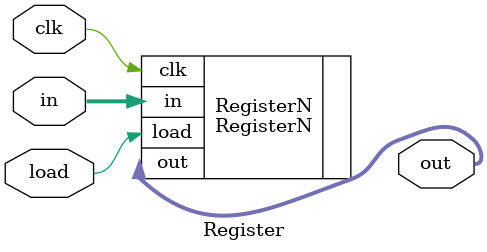
<source format=v>
module Register (
  input wire clk, load,
  input wire [15:0] in,
  output wire [15:0] out
);

RegisterN #(.width(16)) RegisterN(.clk(clk), .load(load), .in(in), .out(out));

endmodule

</source>
